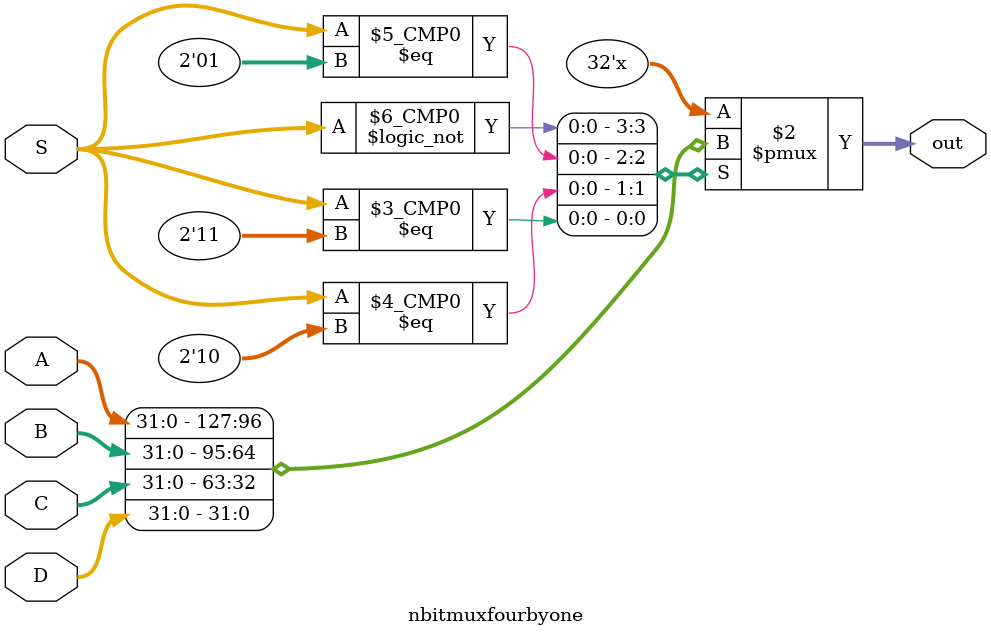
<source format=v>
`timescale 1ns / 1ps
/*  * Module: nbitmuxforbyone.v  
* Project: milestone 2  
* Author: laila khashaba -lailakhashaba@aucegypt.edu
jannah soliman- jannahsoliman9@aucegypt.edu
* Description: 4x1 mux
*  
* Change history: 10/4/23 - implementaion 
               
*  **********************************************************************/

module nbitmuxfourbyone #(parameter N=32)
(
input [N-1:0]A,
input [N-1:0]B,
input [N-1:0]C,
input [N-1:0]D,
input [1:0]S, 
output reg [N-1:0] out

 );
 always@(*)
 begin
case(S)
2'b00:
begin
out<=A;
end
2'b01:
begin
out<=B;
end
2'b10:
begin
out<=C;
end
2'b11:
out<=D;
default:
begin
out<=0;
end

endcase
end
endmodule

</source>
